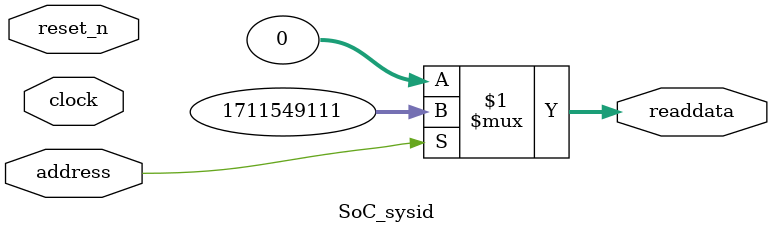
<source format=v>

`timescale 1ns / 1ps
// synthesis translate_on

// turn off superfluous verilog processor warnings 
// altera message_level Level1 
// altera message_off 10034 10035 10036 10037 10230 10240 10030 

module SoC_sysid (
               // inputs:
                address,
                clock,
                reset_n,

               // outputs:
                readdata
             )
;

  output  [ 31: 0] readdata;
  input            address;
  input            clock;
  input            reset_n;

  wire    [ 31: 0] readdata;
  //control_slave, which is an e_avalon_slave
  assign readdata = address ? 1711549111 : 0;

endmodule




</source>
